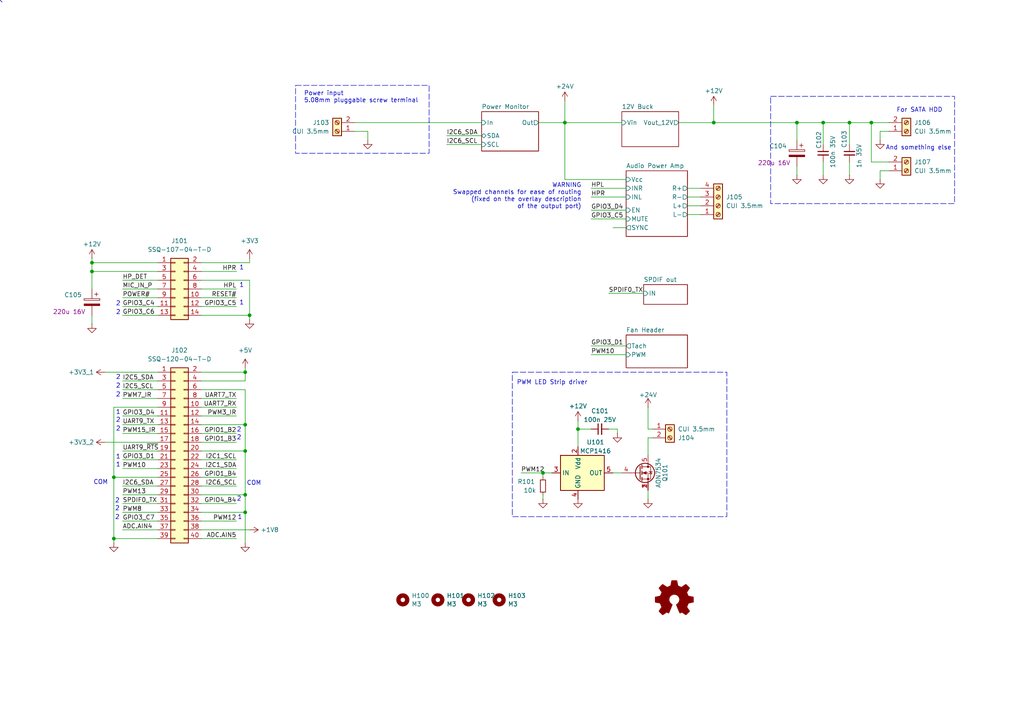
<source format=kicad_sch>
(kicad_sch (version 20231120) (generator "eeschema") (generator_version "8.0")
  (paper "A4")
  (title_block (title "M2 Home Server Addon") (date "2024-09-11") (company "mctom"))
  (lib_symbols
    (symbol "+12V_1" (power) (pin_numbers hide) (pin_names (offset 0) hide)
      (property "Value" "+12V" (at 0 3.556 0))
      (symbol "+12V_1_0_1"
        (polyline (pts (xy -0.762 1.27) (xy 0 2.54)))
        (polyline (pts (xy 0 0) (xy 0 2.54)))
        (polyline (pts (xy 0 2.54) (xy 0.762 1.27)))
      )
      (symbol "+12V_1_1_1"
        (pin power_in line (at 0 0 90) (length 0) (name "~") (number "1"))
      )
    )
    (symbol "Connector:Screw_Terminal_01x02" (pin_names (offset 1.016) hide)
      (property "Reference" "J" (at 0 2.54 0))
      (property "Value" "Screw_Terminal_01x02" (at 0 -5.08 0))
      (symbol "Screw_Terminal_01x02_1_1"
        (rectangle (start -1.27 1.27) (end 1.27 -3.81) (stroke (width 0.254)) (fill (type background)))
        (circle (center 0 -2.54) (radius 0.635) (stroke (width 0.1524)))
        (polyline (pts (xy -0.5334 -2.2098) (xy 0.3302 -3.048)) (stroke (width 0.1524)))
        (polyline (pts (xy -0.5334 0.3302) (xy 0.3302 -0.508)) (stroke (width 0.1524)))
        (polyline (pts (xy -0.3556 -2.032) (xy 0.508 -2.8702)) (stroke (width 0.1524)))
        (polyline (pts (xy -0.3556 0.508) (xy 0.508 -0.3302)) (stroke (width 0.1524)))
        (circle (center 0 0) (radius 0.635) (stroke (width 0.1524)))
        (pin passive line (at -5.08 0 0) (length 3.81) (name "Pin_1") (number "1"))
        (pin passive line (at -5.08 -2.54 0) (length 3.81) (name "Pin_2") (number "2"))
      )
    )
    (symbol "Connector:Screw_Terminal_01x04" (pin_names (offset 1.016) hide)
      (property "Reference" "J" (at 0 5.08 0))
      (property "Value" "Screw_Terminal_01x04" (at 0 -7.62 0))
      (symbol "Screw_Terminal_01x04_1_1"
        (rectangle (start -1.27 3.81) (end 1.27 -6.35) (stroke (width 0.254)) (fill (type background)))
        (circle (center 0 -5.08) (radius 0.635) (stroke (width 0.1524)))
        (circle (center 0 -2.54) (radius 0.635) (stroke (width 0.1524)))
        (polyline (pts (xy -0.5334 -4.7498) (xy 0.3302 -5.588)) (stroke (width 0.1524)))
        (polyline (pts (xy -0.5334 -2.2098) (xy 0.3302 -3.048)) (stroke (width 0.1524)))
        (polyline (pts (xy -0.5334 0.3302) (xy 0.3302 -0.508)) (stroke (width 0.1524)))
        (polyline (pts (xy -0.5334 2.8702) (xy 0.3302 2.032)) (stroke (width 0.1524)))
        (polyline (pts (xy -0.3556 -4.572) (xy 0.508 -5.4102)) (stroke (width 0.1524)))
        (polyline (pts (xy -0.3556 -2.032) (xy 0.508 -2.8702)) (stroke (width 0.1524)))
        (polyline (pts (xy -0.3556 0.508) (xy 0.508 -0.3302)) (stroke (width 0.1524)))
        (polyline (pts (xy -0.3556 3.048) (xy 0.508 2.2098)) (stroke (width 0.1524)))
        (circle (center 0 0) (radius 0.635) (stroke (width 0.1524)))
        (circle (center 0 2.54) (radius 0.635) (stroke (width 0.1524)))
        (pin passive line (at -5.08 2.54 0) (length 3.81) (name "Pin_1") (number "1"))
        (pin passive line (at -5.08 0 0) (length 3.81) (name "Pin_2") (number "2"))
        (pin passive line (at -5.08 -2.54 0) (length 3.81) (name "Pin_3") (number "3"))
        (pin passive line (at -5.08 -5.08 0) (length 3.81) (name "Pin_4") (number "4"))
      )
    )
    (symbol "Connector_Generic:Conn_02x07_Odd_Even" (pin_names (offset 1.016) hide)
      (property "Reference" "J" (at 1.27 10.16 0))
      (property "Value" "Conn_02x07_Odd_Even" (at 1.27 -10.16 0))
      (symbol "Conn_02x07_Odd_Even_1_1"
        (rectangle (start -1.27 -7.493) (end 0 -7.747) (stroke (width 0.1524)))
        (rectangle (start -1.27 -4.953) (end 0 -5.207) (stroke (width 0.1524)))
        (rectangle (start -1.27 -2.413) (end 0 -2.667) (stroke (width 0.1524)))
        (rectangle (start -1.27 0.127) (end 0 -0.127) (stroke (width 0.1524)))
        (rectangle (start -1.27 2.667) (end 0 2.413) (stroke (width 0.1524)))
        (rectangle (start -1.27 5.207) (end 0 4.953) (stroke (width 0.1524)))
        (rectangle (start -1.27 7.747) (end 0 7.493) (stroke (width 0.1524)))
        (rectangle (start -1.27 8.89) (end 3.81 -8.89) (stroke (width 0.254)) (fill (type background)))
        (rectangle (start 3.81 -7.493) (end 2.54 -7.747) (stroke (width 0.1524)))
        (rectangle (start 3.81 -4.953) (end 2.54 -5.207) (stroke (width 0.1524)))
        (rectangle (start 3.81 -2.413) (end 2.54 -2.667) (stroke (width 0.1524)))
        (rectangle (start 3.81 0.127) (end 2.54 -0.127) (stroke (width 0.1524)))
        (rectangle (start 3.81 2.667) (end 2.54 2.413) (stroke (width 0.1524)))
        (rectangle (start 3.81 5.207) (end 2.54 4.953) (stroke (width 0.1524)))
        (rectangle (start 3.81 7.747) (end 2.54 7.493) (stroke (width 0.1524)))
        (pin passive line (at -5.08 7.62 0) (length 3.81) (name "Pin_1") (number "1"))
        (pin passive line (at 7.62 -2.54 180) (length 3.81) (name "Pin_10") (number "10"))
        (pin passive line (at -5.08 -5.08 0) (length 3.81) (name "Pin_11") (number "11"))
        (pin passive line (at 7.62 -5.08 180) (length 3.81) (name "Pin_12") (number "12"))
        (pin passive line (at -5.08 -7.62 0) (length 3.81) (name "Pin_13") (number "13"))
        (pin passive line (at 7.62 -7.62 180) (length 3.81) (name "Pin_14") (number "14"))
        (pin passive line (at 7.62 7.62 180) (length 3.81) (name "Pin_2") (number "2"))
        (pin passive line (at -5.08 5.08 0) (length 3.81) (name "Pin_3") (number "3"))
        (pin passive line (at 7.62 5.08 180) (length 3.81) (name "Pin_4") (number "4"))
        (pin passive line (at -5.08 2.54 0) (length 3.81) (name "Pin_5") (number "5"))
        (pin passive line (at 7.62 2.54 180) (length 3.81) (name "Pin_6") (number "6"))
        (pin passive line (at -5.08 0 0) (length 3.81) (name "Pin_7") (number "7"))
        (pin passive line (at 7.62 0 180) (length 3.81) (name "Pin_8") (number "8"))
        (pin passive line (at -5.08 -2.54 0) (length 3.81) (name "Pin_9") (number "9"))
      )
    )
    (symbol "Connector_Generic:Conn_02x20_Odd_Even" (pin_names (offset 1.016) hide)
      (property "Reference" "J" (at 1.27 25.4 0))
      (property "Value" "Conn_02x20_Odd_Even" (at 1.27 -27.94 0))
      (symbol "Conn_02x20_Odd_Even_1_1"
        (rectangle (start -1.27 -25.273) (end 0 -25.527) (stroke (width 0.1524)))
        (rectangle (start -1.27 -22.733) (end 0 -22.987) (stroke (width 0.1524)))
        (rectangle (start -1.27 -20.193) (end 0 -20.447) (stroke (width 0.1524)))
        (rectangle (start -1.27 -17.653) (end 0 -17.907) (stroke (width 0.1524)))
        (rectangle (start -1.27 -15.113) (end 0 -15.367) (stroke (width 0.1524)))
        (rectangle (start -1.27 -12.573) (end 0 -12.827) (stroke (width 0.1524)))
        (rectangle (start -1.27 -10.033) (end 0 -10.287) (stroke (width 0.1524)))
        (rectangle (start -1.27 -7.493) (end 0 -7.747) (stroke (width 0.1524)))
        (rectangle (start -1.27 -4.953) (end 0 -5.207) (stroke (width 0.1524)))
        (rectangle (start -1.27 -2.413) (end 0 -2.667) (stroke (width 0.1524)))
        (rectangle (start -1.27 0.127) (end 0 -0.127) (stroke (width 0.1524)))
        (rectangle (start -1.27 2.667) (end 0 2.413) (stroke (width 0.1524)))
        (rectangle (start -1.27 5.207) (end 0 4.953) (stroke (width 0.1524)))
        (rectangle (start -1.27 7.747) (end 0 7.493) (stroke (width 0.1524)))
        (rectangle (start -1.27 10.287) (end 0 10.033) (stroke (width 0.1524)))
        (rectangle (start -1.27 12.827) (end 0 12.573) (stroke (width 0.1524)))
        (rectangle (start -1.27 15.367) (end 0 15.113) (stroke (width 0.1524)))
        (rectangle (start -1.27 17.907) (end 0 17.653) (stroke (width 0.1524)))
        (rectangle (start -1.27 20.447) (end 0 20.193) (stroke (width 0.1524)))
        (rectangle (start -1.27 22.987) (end 0 22.733) (stroke (width 0.1524)))
        (rectangle (start -1.27 24.13) (end 3.81 -26.67) (stroke (width 0.254)) (fill (type background)))
        (rectangle (start 3.81 -25.273) (end 2.54 -25.527) (stroke (width 0.1524)))
        (rectangle (start 3.81 -22.733) (end 2.54 -22.987) (stroke (width 0.1524)))
        (rectangle (start 3.81 -20.193) (end 2.54 -20.447) (stroke (width 0.1524)))
        (rectangle (start 3.81 -17.653) (end 2.54 -17.907) (stroke (width 0.1524)))
        (rectangle (start 3.81 -15.113) (end 2.54 -15.367) (stroke (width 0.1524)))
        (rectangle (start 3.81 -12.573) (end 2.54 -12.827) (stroke (width 0.1524)))
        (rectangle (start 3.81 -10.033) (end 2.54 -10.287) (stroke (width 0.1524)))
        (rectangle (start 3.81 -7.493) (end 2.54 -7.747) (stroke (width 0.1524)))
        (rectangle (start 3.81 -4.953) (end 2.54 -5.207) (stroke (width 0.1524)))
        (rectangle (start 3.81 -2.413) (end 2.54 -2.667) (stroke (width 0.1524)))
        (rectangle (start 3.81 0.127) (end 2.54 -0.127) (stroke (width 0.1524)))
        (rectangle (start 3.81 2.667) (end 2.54 2.413) (stroke (width 0.1524)))
        (rectangle (start 3.81 5.207) (end 2.54 4.953) (stroke (width 0.1524)))
        (rectangle (start 3.81 7.747) (end 2.54 7.493) (stroke (width 0.1524)))
        (rectangle (start 3.81 10.287) (end 2.54 10.033) (stroke (width 0.1524)))
        (rectangle (start 3.81 12.827) (end 2.54 12.573) (stroke (width 0.1524)))
        (rectangle (start 3.81 15.367) (end 2.54 15.113) (stroke (width 0.1524)))
        (rectangle (start 3.81 17.907) (end 2.54 17.653) (stroke (width 0.1524)))
        (rectangle (start 3.81 20.447) (end 2.54 20.193) (stroke (width 0.1524)))
        (rectangle (start 3.81 22.987) (end 2.54 22.733) (stroke (width 0.1524)))
        (pin passive line (at -5.08 22.86 0) (length 3.81) (name "Pin_1") (number "1"))
        (pin passive line (at 7.62 12.7 180) (length 3.81) (name "Pin_10") (number "10"))
        (pin passive line (at -5.08 10.16 0) (length 3.81) (name "Pin_11") (number "11"))
        (pin passive line (at 7.62 10.16 180) (length 3.81) (name "Pin_12") (number "12"))
        (pin passive line (at -5.08 7.62 0) (length 3.81) (name "Pin_13") (number "13"))
        (pin passive line (at 7.62 7.62 180) (length 3.81) (name "Pin_14") (number "14"))
        (pin passive line (at -5.08 5.08 0) (length 3.81) (name "Pin_15") (number "15"))
        (pin passive line (at 7.62 5.08 180) (length 3.81) (name "Pin_16") (number "16"))
        (pin passive line (at -5.08 2.54 0) (length 3.81) (name "Pin_17") (number "17"))
        (pin passive line (at 7.62 2.54 180) (length 3.81) (name "Pin_18") (number "18"))
        (pin passive line (at -5.08 0 0) (length 3.81) (name "Pin_19") (number "19"))
        (pin passive line (at 7.62 22.86 180) (length 3.81) (name "Pin_2") (number "2"))
        (pin passive line (at 7.62 0 180) (length 3.81) (name "Pin_20") (number "20"))
        (pin passive line (at -5.08 -2.54 0) (length 3.81) (name "Pin_21") (number "21"))
        (pin passive line (at 7.62 -2.54 180) (length 3.81) (name "Pin_22") (number "22"))
        (pin passive line (at -5.08 -5.08 0) (length 3.81) (name "Pin_23") (number "23"))
        (pin passive line (at 7.62 -5.08 180) (length 3.81) (name "Pin_24") (number "24"))
        (pin passive line (at -5.08 -7.62 0) (length 3.81) (name "Pin_25") (number "25"))
        (pin passive line (at 7.62 -7.62 180) (length 3.81) (name "Pin_26") (number "26"))
        (pin passive line (at -5.08 -10.16 0) (length 3.81) (name "Pin_27") (number "27"))
        (pin passive line (at 7.62 -10.16 180) (length 3.81) (name "Pin_28") (number "28"))
        (pin passive line (at -5.08 -12.7 0) (length 3.81) (name "Pin_29") (number "29"))
        (pin passive line (at -5.08 20.32 0) (length 3.81) (name "Pin_3") (number "3"))
        (pin passive line (at 7.62 -12.7 180) (length 3.81) (name "Pin_30") (number "30"))
        (pin passive line (at -5.08 -15.24 0) (length 3.81) (name "Pin_31") (number "31"))
        (pin passive line (at 7.62 -15.24 180) (length 3.81) (name "Pin_32") (number "32"))
        (pin passive line (at -5.08 -17.78 0) (length 3.81) (name "Pin_33") (number "33"))
        (pin passive line (at 7.62 -17.78 180) (length 3.81) (name "Pin_34") (number "34"))
        (pin passive line (at -5.08 -20.32 0) (length 3.81) (name "Pin_35") (number "35"))
        (pin passive line (at 7.62 -20.32 180) (length 3.81) (name "Pin_36") (number "36"))
        (pin passive line (at -5.08 -22.86 0) (length 3.81) (name "Pin_37") (number "37"))
        (pin passive line (at 7.62 -22.86 180) (length 3.81) (name "Pin_38") (number "38"))
        (pin passive line (at -5.08 -25.4 0) (length 3.81) (name "Pin_39") (number "39"))
        (pin passive line (at 7.62 20.32 180) (length 3.81) (name "Pin_4") (number "4"))
        (pin passive line (at 7.62 -25.4 180) (length 3.81) (name "Pin_40") (number "40"))
        (pin passive line (at -5.08 17.78 0) (length 3.81) (name "Pin_5") (number "5"))
        (pin passive line (at 7.62 17.78 180) (length 3.81) (name "Pin_6") (number "6"))
        (pin passive line (at -5.08 15.24 0) (length 3.81) (name "Pin_7") (number "7"))
        (pin passive line (at 7.62 15.24 180) (length 3.81) (name "Pin_8") (number "8"))
        (pin passive line (at -5.08 12.7 0) (length 3.81) (name "Pin_9") (number "9"))
      )
    )
    (symbol "Device:C_Polarized" (pin_numbers hide) (pin_names (offset 0.254))
      (property "Reference" "C" (at 0.635 2.54 0))
      (property "Value" "C_Polarized" (at 0.635 -2.54 0))
      (symbol "C_Polarized_0_1"
        (rectangle (start -2.286 0.508) (end 2.286 1.016))
        (polyline (pts (xy -1.778 2.286) (xy -0.762 2.286)))
        (polyline (pts (xy -1.27 2.794) (xy -1.27 1.778)))
        (rectangle (start 2.286 -0.508) (end -2.286 -1.016) (fill (type outline)))
      )
      (symbol "C_Polarized_1_1"
        (pin passive line (at 0 3.81 270) (length 2.794) (name "~") (number "1"))
        (pin passive line (at 0 -3.81 90) (length 2.794) (name "~") (number "2"))
      )
    )
    (symbol "Device:C_Small" (pin_numbers hide) (pin_names (offset 0.254) hide)
      (property "Reference" "C" (at 0.254 1.778 0))
      (property "Value" "C_Small" (at 0.254 -2.032 0))
      (symbol "C_Small_0_1"
        (polyline (pts (xy -1.524 -0.508) (xy 1.524 -0.508)) (stroke (width 0.3302)))
        (polyline (pts (xy -1.524 0.508) (xy 1.524 0.508)) (stroke (width 0.3048)))
      )
      (symbol "C_Small_1_1"
        (pin passive line (at 0 2.54 270) (length 2.032) (name "~") (number "1"))
        (pin passive line (at 0 -2.54 90) (length 2.032) (name "~") (number "2"))
      )
    )
    (symbol "Device:R_Small" (pin_numbers hide) (pin_names (offset 0.254) hide)
      (property "Reference" "R" (at 0.762 0.508 0))
      (property "Value" "R_Small" (at 0.762 -1.016 0))
      (symbol "R_Small_0_1"
        (rectangle (start -0.762 1.778) (end 0.762 -1.778) (stroke (width 0.2032)))
      )
      (symbol "R_Small_1_1"
        (pin passive line (at 0 2.54 270) (length 0.762) (name "~") (number "1"))
        (pin passive line (at 0 -2.54 90) (length 0.762) (name "~") (number "2"))
      )
    )
    (symbol "Driver_FET:MCP1416"
      (property "Reference" "U" (at -5.08 6.35 0))
      (property "Value" "MCP1416" (at 1.27 6.35 0))
      (symbol "MCP1416_0_1"
        (rectangle (start -5.08 5.08) (end 7.62 -5.08) (stroke (width 0.254)) (fill (type background)))
      )
      (symbol "MCP1416_1_1"
        (pin no_connect line (at 7.62 -2.54 180) (length 2.54) hide (name "NC") (number "1"))
        (pin power_in line (at 0 7.62 270) (length 2.54) (name "Vdd") (number "2"))
        (pin input line (at -7.62 0 0) (length 2.54) (name "IN") (number "3"))
        (pin power_in line (at 0 -7.62 90) (length 2.54) (name "GND") (number "4"))
        (pin output line (at 10.16 0 180) (length 2.54) (name "OUT") (number "5"))
      )
    )
    (symbol "Graphic:Logo_Open_Hardware_Small" (in_bom no) (on_board no)
      (symbol "Logo_Open_Hardware_Small_0_1"
        (polyline (pts (xy 3.3528 -4.3434) (xy 3.302 -4.318) (xy 3.175 -4.2418) (xy 2.9972 -4.1148) (xy 2.7686 -3.9624) (xy 2.54 -3.81) (xy 2.3622 -3.7084) (xy 2.2352 -3.6068) (xy 2.1844 -3.5814) (xy 2.159 -3.6068) (xy 2.0574 -3.6576) (xy 1.905 -3.7338) (xy 1.8034 -3.7846) (xy 1.6764 -3.8354) (xy 1.6002 -3.8354) (xy 1.6002 -3.8354) (xy 1.5494 -3.7338) (xy 1.4732 -3.5306) (xy 1.3462 -3.302) (xy 1.2446 -3.0226) (xy 1.1176 -2.7178) (xy 0.9652 -2.413) (xy 0.8636 -2.1082) (xy 0.7366 -1.8288) (xy 0.6604 -1.6256) (xy 0.6096 -1.4732) (xy 0.5842 -1.397) (xy 0.5842 -1.397) (xy 0.6604 -1.3208) (xy 0.7874 -1.2446) (xy 1.0414 -1.016) (xy 1.2954 -0.6858) (xy 1.4478 -0.3302) (xy 1.524 0.0762) (xy 1.4732 0.4572) (xy 1.3208 0.8128) (xy 1.0668 1.143) (xy 0.762 1.3716) (xy 0.4064 1.524) (xy 0 1.5748) (xy -0.381 1.5494) (xy -0.7366 1.397) (xy -1.0668 1.143) (xy -1.2192 0.9906) (xy -1.397 0.6604) (xy -1.524 0.3048) (xy -1.524 0.2286) (xy -1.4986 -0.1778) (xy -1.397 -0.5334) (xy -1.1938 -0.8636) (xy -0.9144 -1.143) (xy -0.8636 -1.1684) (xy -0.7366 -1.27) (xy -0.635 -1.3462) (xy -0.5842 -1.397) (xy -1.0668 -2.5908) (xy -1.143 -2.794) (xy -1.2954 -3.1242) (xy -1.397 -3.4036) (xy -1.4986 -3.6322) (xy -1.5748 -3.7846) (xy -1.6002 -3.8354) (xy -1.6002 -3.8354) (xy -1.651 -3.8354) (xy -1.7272 -3.81) (xy -1.905 -3.7338) (xy -2.0066 -3.683) (xy -2.1336 -3.6068) (xy -2.2098 -3.5814) (xy -2.2606 -3.6068) (xy -2.3622 -3.683) (xy -2.54 -3.81) (xy -2.7686 -3.9624) (xy -2.9718 -4.0894) (xy -3.1496 -4.2164) (xy -3.302 -4.318) (xy -3.3528 -4.3434) (xy -3.3782 -4.3434) (xy -3.429 -4.318) (xy -3.5306 -4.2164) (xy -3.7084 -4.064) (xy -3.937 -3.8354) (xy -3.9624 -3.81) (xy -4.1656 -3.6068) (xy -4.318 -3.4544) (xy -4.4196 -3.3274) (xy -4.445 -3.2766) (xy -4.445 -3.2766) (xy -4.4196 -3.2258) (xy -4.318 -3.0734) (xy -4.2164 -2.8956) (xy -4.064 -2.667) (xy -3.6576 -2.0828) (xy -3.8862 -1.5494) (xy -3.937 -1.3716) (xy -4.0386 -1.1684) (xy -4.0894 -1.0414) (xy -4.1148 -0.9652) (xy -4.191 -0.9398) (xy -4.318 -0.9144) (xy -4.5466 -0.8636) (xy -4.8006 -0.8128) (xy -5.0546 -0.7874) (xy -5.2578 -0.7366) (xy -5.4356 -0.7112) (xy -5.5118 -0.6858) (xy -5.5118 -0.6858) (xy -5.5372 -0.635) (xy -5.5372 -0.5588) (xy -5.5372 -0.4318) (xy -5.5626 -0.2286) (xy -5.5626 0.0762) (xy -5.5626 0.127) (xy -5.5372 0.4064) (xy -5.5372 0.635) (xy -5.5372 0.762) (xy -5.5372 0.8382) (xy -5.5372 0.8382) (xy -5.461 0.8382) (xy -5.3086 0.889) (xy -5.08 0.9144) (xy -4.826 0.9652) (xy -4.8006 0.9906) (xy -4.5466 1.0414) (xy -4.318 1.0668) (xy -4.1656 1.1176) (xy -4.0894 1.143) (xy -4.0894 1.143) (xy -4.0386 1.2446) (xy -3.9624 1.4224) (xy -3.8608 1.6256) (xy -3.7846 1.8288) (xy -3.7084 2.0066) (xy -3.6576 2.159) (xy -3.6322 2.2098) (xy -3.6322 2.2098) (xy -3.683 2.286) (xy -3.7592 2.413) (xy -3.8862 2.5908) (xy -4.064 2.8194) (xy -4.064 2.8448) (xy -4.2164 3.0734) (xy -4.3434 3.2512) (xy -4.4196 3.3782) (xy -4.445 3.4544) (xy -4.445 3.4544) (xy -4.3942 3.5052) (xy -4.2926 3.6322) (xy -4.1148 3.81) (xy -3.937 4.0132) (xy -3.8608 4.064) (xy -3.6576 4.2926) (xy -3.5052 4.4196) (xy -3.4036 4.4958) (xy -3.3528 4.5212) (xy -3.3528 4.5212) (xy -3.302 4.4704) (xy -3.1496 4.3688) (xy -2.9718 4.2418) (xy -2.7432 4.0894) (xy -2.7178 4.0894) (xy -2.4892 3.937) (xy -2.3114 3.81) (xy -2.1844 3.7084) (xy -2.1336 3.683) (xy -2.1082 3.683) (xy -2.032 3.7084) (xy -1.8542 3.7592) (xy -1.6764 3.8354) (xy -1.4732 3.937) (xy -1.27 4.0132) (xy -1.143 4.064) (xy -1.0668 4.1148) (xy -1.0668 4.1148) (xy -1.0414 4.191) (xy -1.016 4.3434) (xy -0.9652 4.572) (xy -0.9144 4.8514) (xy -0.889 4.9022) (xy -0.8382 5.1562) (xy -0.8128 5.3848) (xy -0.7874 5.5372) (xy -0.762 5.588) (xy -0.7112 5.6134) (xy -0.5842 5.6134) (xy -0.4064 5.6134) (xy -0.1524 5.6134) (xy 0.0762 5.6134) (xy 0.3302 5.6134) (xy 0.5334 5.6134) (xy 0.6858 5.588) (xy 0.7366 5.588) (xy 0.7366 5.588) (xy 0.762 5.5118) (xy 0.8128 5.334) (xy 0.8382 5.1054) (xy 0.9144 4.826) (xy 0.9144 4.7752) (xy 0.9652 4.5212) (xy 1.016 4.2926) (xy 1.0414 4.1402) (xy 1.0668 4.0894) (xy 1.0668 4.0894) (xy 1.1938 4.0386) (xy 1.3716 3.9624) (xy 1.5748 3.8608) (xy 2.0828 3.6576) (xy 2.7178 4.0894) (xy 2.7686 4.1402) (xy 2.9972 4.2926) (xy 3.175 4.4196) (xy 3.302 4.4958) (xy 3.3782 4.5212) (xy 3.3782 4.5212) (xy 3.429 4.4704) (xy 3.556 4.3434) (xy 3.7338 4.191) (xy 3.9116 3.9878) (xy 4.064 3.8354) (xy 4.2418 3.6576) (xy 4.3434 3.556) (xy 4.4196 3.4798) (xy 4.4196 3.429) (xy 4.4196 3.4036) (xy 4.3942 3.3274) (xy 4.2926 3.2004) (xy 4.1656 2.9972) (xy 4.0132 2.794) (xy 3.8862 2.5908) (xy 3.7592 2.3876) (xy 3.6576 2.2352) (xy 3.6322 2.159) (xy 3.6322 2.1336) (xy 3.683 2.0066) (xy 3.7592 1.8288) (xy 3.8608 1.6002) (xy 4.064 1.1176) (xy 4.3942 1.0414) (xy 4.5974 1.016) (xy 4.8768 0.9652) (xy 5.1308 0.9144) (xy 5.5372 0.8382) (xy 5.5626 -0.6604) (xy 5.4864 -0.6858) (xy 5.4356 -0.6858) (xy 5.2832 -0.7366) (xy 5.0546 -0.762) (xy 4.8006 -0.8128) (xy 4.5974 -0.8636) (xy 4.3688 -0.9144) (xy 4.2164 -0.9398) (xy 4.1402 -0.9398) (xy 4.1148 -0.9652) (xy 4.064 -1.0668) (xy 3.9878 -1.2446) (xy 3.9116 -1.4478) (xy 3.81 -1.651) (xy 3.7338 -1.8542) (xy 3.683 -2.0066) (xy 3.6576 -2.0828) (xy 3.683 -2.1336) (xy 3.7846 -2.2606) (xy 3.8862 -2.4638) (xy 4.0386 -2.667) (xy 4.191 -2.8956) (xy 4.318 -3.0734) (xy 4.3942 -3.2004) (xy 4.445 -3.2766) (xy 4.4196 -3.3274) (xy 4.3434 -3.429) (xy 4.1656 -3.5814) (xy 3.937 -3.8354) (xy 3.8862 -3.8608) (xy 3.683 -4.064) (xy 3.5306 -4.2164) (xy 3.4036 -4.318) (xy 3.3528 -4.3434)) (fill (type outline)))
      )
    )
    (symbol "Mechanical:MountingHole" (pin_names (offset 1.016)) (exclude_from_sim yes) (in_bom no)
      (property "Reference" "H" (at 0 5.08 0))
      (property "Value" "MountingHole" (at 0 3.175 0))
      (symbol "MountingHole_0_1"
        (circle (center 0 0) (radius 1.27) (stroke (width 1.27)))
      )
    )
    (symbol "Q_NMOS_GDS_2" (pin_names (offset 0) hide)
      (property "Reference" "Q207" (at 7.4549 0 90))
      (property "Value" "AON7534" (at 5.5339 0 90))
      (symbol "Q_NMOS_GDS_2_0_1"
        (polyline (pts (xy 0.254 0) (xy -2.54 0)))
        (polyline (pts (xy 0.254 1.905) (xy 0.254 -1.905)) (stroke (width 0.254)))
        (polyline (pts (xy 0.762 -1.27) (xy 0.762 -2.286)) (stroke (width 0.254)))
        (polyline (pts (xy 0.762 0.508) (xy 0.762 -0.508)) (stroke (width 0.254)))
        (polyline (pts (xy 0.762 2.286) (xy 0.762 1.27)) (stroke (width 0.254)))
        (polyline (pts (xy 2.54 2.54) (xy 2.54 1.778)))
        (polyline (pts (xy 2.54 -2.54) (xy 2.54 0) (xy 0.762 0)))
        (polyline (pts (xy 0.762 -1.778) (xy 3.302 -1.778) (xy 3.302 1.778) (xy 0.762 1.778)))
        (polyline (pts (xy 1.016 0) (xy 2.032 0.381) (xy 2.032 -0.381) (xy 1.016 0)) (fill (type outline)))
        (polyline (pts (xy 2.794 0.508) (xy 2.921 0.381) (xy 3.683 0.381) (xy 3.81 0.254)))
        (polyline (pts (xy 3.302 0.381) (xy 2.921 -0.254) (xy 3.683 -0.254) (xy 3.302 0.381)))
        (circle (center 1.651 0) (radius 2.794) (stroke (width 0.254)))
        (circle (center 2.54 -1.778) (radius 0.254) (fill (type outline)))
        (circle (center 2.54 1.778) (radius 0.254) (fill (type outline)))
      )
      (symbol "Q_NMOS_GDS_2_1_1"
        (pin passive line (at 2.54 -5.08 90) (length 2.54) (name "S") (number "1"))
        (pin passive line (at 2.54 -5.08 90) (length 2.54) (name "S") (number "2"))
        (pin passive line (at 2.54 -5.08 90) (length 2.54) (name "S") (number "3"))
        (pin input line (at -5.08 0 0) (length 2.54) (name "G") (number "4"))
        (pin passive line (at 2.54 5.08 270) (length 2.54) (name "D") (number "5"))
      )
    )
    (symbol "power:+1V8" (power) (pin_numbers hide) (pin_names (offset 0) hide)
      (property "Value" "+1V8" (at 0 3.556 0))
      (symbol "+1V8_0_1"
        (polyline (pts (xy -0.762 1.27) (xy 0 2.54)))
        (polyline (pts (xy 0 0) (xy 0 2.54)))
        (polyline (pts (xy 0 2.54) (xy 0.762 1.27)))
      )
      (symbol "+1V8_1_1"
        (pin power_in line (at 0 0 90) (length 0) (name "~") (number "1"))
      )
    )
    (symbol "power:+24V" (power) (pin_numbers hide) (pin_names (offset 0) hide)
      (property "Value" "+24V" (at 0 3.556 0))
      (symbol "+24V_0_1"
        (polyline (pts (xy -0.762 1.27) (xy 0 2.54)))
        (polyline (pts (xy 0 0) (xy 0 2.54)))
        (polyline (pts (xy 0 2.54) (xy 0.762 1.27)))
      )
      (symbol "+24V_1_1"
        (pin power_in line (at 0 0 90) (length 0) (name "~") (number "1"))
      )
    )
    (symbol "power:+3V3" (power) (pin_numbers hide) (pin_names (offset 0) hide)
      (property "Value" "+3V3" (at 0 3.556 0))
      (symbol "+3V3_0_1"
        (polyline (pts (xy -0.762 1.27) (xy 0 2.54)))
        (polyline (pts (xy 0 0) (xy 0 2.54)))
        (polyline (pts (xy 0 2.54) (xy 0.762 1.27)))
      )
      (symbol "+3V3_1_1"
        (pin power_in line (at 0 0 90) (length 0) (name "~") (number "1"))
      )
    )
    (symbol "power:+5V" (power) (pin_numbers hide) (pin_names (offset 0) hide)
      (property "Value" "+5V" (at 0 3.556 0))
      (symbol "+5V_0_1"
        (polyline (pts (xy -0.762 1.27) (xy 0 2.54)))
        (polyline (pts (xy 0 0) (xy 0 2.54)))
        (polyline (pts (xy 0 2.54) (xy 0.762 1.27)))
      )
      (symbol "+5V_1_1"
        (pin power_in line (at 0 0 90) (length 0) (name "~") (number "1"))
      )
    )
    (symbol "power:GND" (power) (pin_numbers hide) (pin_names (offset 0) hide)
      (property "Value" "GND" (at 0 -3.81 0))
      (symbol "GND_0_1"
        (polyline (pts (xy 0 0) (xy 0 -1.27) (xy 1.27 -1.27) (xy 0 -2.54) (xy -1.27 -1.27) (xy 0 -1.27)))
      )
      (symbol "GND_1_1"
        (pin power_in line (at 0 0 270) (length 0) (name "~") (number "1"))
      )
    )
  )
  (junction (at 71.12 130.81))
  (junction (at 246.38 35.56))
  (junction (at 26.67 76.2))
  (junction (at 71.12 107.95))
  (junction (at 238.76 35.56))
  (junction (at 72.39 91.44))
  (junction (at 71.12 143.51))
  (junction (at 163.83 35.56))
  (junction (at 157.48 137.16))
  (junction (at 252.73 35.56))
  (junction (at 26.67 78.74))
  (junction (at 207.01 35.56))
  (junction (at 71.12 148.59))
  (junction (at 231.14 35.56))
  (junction (at 33.02 138.43))
  (junction (at 33.02 156.21))
  (junction (at 71.12 123.19))
  (junction (at 167.64 124.46))
  (no_connect (at 0 0))
  (wire (pts (xy 180.34 35.56) (xy 163.83 35.56)))
  (wire (pts (xy 35.56 88.9) (xy 45.72 88.9)))
  (wire (pts (xy 35.56 120.65) (xy 45.72 120.65)))
  (wire (pts (xy 180.34 137.16) (xy 177.8 137.16)))
  (wire (pts (xy 71.12 123.19) (xy 71.12 113.03)))
  (wire (pts (xy 167.64 124.46) (xy 167.64 129.54)))
  (wire (pts (xy 157.48 137.16) (xy 157.48 138.43)))
  (wire (pts (xy 246.38 35.56) (xy 238.76 35.56)))
  (wire (pts (xy 35.56 133.35) (xy 45.72 133.35)))
  (wire (pts (xy 72.39 91.44) (xy 72.39 81.28)))
  (wire (pts (xy 26.67 78.74) (xy 26.67 83.82)))
  (wire (pts (xy 58.42 151.13) (xy 68.58 151.13)))
  (wire (pts (xy 58.42 86.36) (xy 68.58 86.36)))
  (wire (pts (xy 58.42 128.27) (xy 68.58 128.27)))
  (wire (pts (xy 167.64 124.46) (xy 171.45 124.46)))
  (wire (pts (xy 72.39 81.28) (xy 58.42 81.28)))
  (wire (pts (xy 163.83 52.07) (xy 163.83 35.56)))
  (wire (pts (xy 171.45 102.87) (xy 181.61 102.87)))
  (wire (pts (xy 58.42 110.49) (xy 71.12 110.49)))
  (wire (pts (xy 33.02 138.43) (xy 33.02 118.11)))
  (wire (pts (xy 246.38 35.56) (xy 246.38 41.91)))
  (wire (pts (xy 177.8 66.04) (xy 181.61 66.04)))
  (wire (pts (xy 199.39 62.23) (xy 203.2 62.23)))
  (wire (pts (xy 187.96 142.24) (xy 187.96 144.78)))
  (wire (pts (xy 35.56 148.59) (xy 45.72 148.59)))
  (wire (pts (xy 102.87 35.56) (xy 139.7 35.56)))
  (wire (pts (xy 252.73 46.99) (xy 252.73 35.56)))
  (wire (pts (xy 58.42 76.2) (xy 72.39 76.2)))
  (wire (pts (xy 196.85 35.56) (xy 207.01 35.56)))
  (wire (pts (xy 252.73 35.56) (xy 257.81 35.56)))
  (wire (pts (xy 71.12 107.95) (xy 71.12 106.68)))
  (wire (pts (xy 26.67 78.74) (xy 26.67 76.2)))
  (wire (pts (xy 71.12 107.95) (xy 58.42 107.95)))
  (wire (pts (xy 35.56 151.13) (xy 45.72 151.13)))
  (wire (pts (xy 129.54 41.91) (xy 139.7 41.91)))
  (wire (pts (xy 176.53 85.09) (xy 186.69 85.09)))
  (wire (pts (xy 35.56 81.28) (xy 45.72 81.28)))
  (wire (pts (xy 35.56 130.81) (xy 45.72 130.81)))
  (wire (pts (xy 35.56 91.44) (xy 45.72 91.44)))
  (wire (pts (xy 33.02 156.21) (xy 45.72 156.21)))
  (wire (pts (xy 187.96 127) (xy 189.23 127)))
  (wire (pts (xy 246.38 35.56) (xy 252.73 35.56)))
  (wire (pts (xy 231.14 35.56) (xy 238.76 35.56)))
  (wire (pts (xy 58.42 148.59) (xy 71.12 148.59)))
  (wire (pts (xy 58.42 123.19) (xy 71.12 123.19)))
  (wire (pts (xy 71.12 157.48) (xy 71.12 148.59)))
  (wire (pts (xy 171.45 54.61) (xy 181.61 54.61)))
  (wire (pts (xy 72.39 76.2) (xy 72.39 74.93)))
  (wire (pts (xy 238.76 35.56) (xy 238.76 41.91)))
  (wire (pts (xy 207.01 30.48) (xy 207.01 35.56)))
  (wire (pts (xy 35.56 115.57) (xy 45.72 115.57)))
  (wire (pts (xy 58.42 143.51) (xy 71.12 143.51)))
  (wire (pts (xy 33.02 138.43) (xy 33.02 156.21)))
  (wire (pts (xy 35.56 110.49) (xy 45.72 110.49)))
  (wire (pts (xy 58.42 91.44) (xy 72.39 91.44)))
  (wire (pts (xy 187.96 127) (xy 187.96 132.08)))
  (wire (pts (xy 72.39 92.71) (xy 72.39 91.44)))
  (wire (pts (xy 231.14 35.56) (xy 231.14 40.64)))
  (wire (pts (xy 35.56 113.03) (xy 45.72 113.03)))
  (wire (pts (xy 163.83 29.21) (xy 163.83 35.56)))
  (wire (pts (xy 71.12 110.49) (xy 71.12 107.95)))
  (wire (pts (xy 33.02 157.48) (xy 33.02 156.21)))
  (wire (pts (xy 257.81 49.53) (xy 255.27 49.53)))
  (wire (pts (xy 199.39 57.15) (xy 203.2 57.15)))
  (wire (pts (xy 71.12 143.51) (xy 71.12 130.81)))
  (wire (pts (xy 26.67 91.44) (xy 26.67 93.98)))
  (wire (pts (xy 68.58 156.21) (xy 58.42 156.21)))
  (wire (pts (xy 35.56 143.51) (xy 45.72 143.51)))
  (wire (pts (xy 257.81 46.99) (xy 252.73 46.99)))
  (wire (pts (xy 171.45 60.96) (xy 181.61 60.96)))
  (wire (pts (xy 167.64 121.92) (xy 167.64 124.46)))
  (wire (pts (xy 58.42 78.74) (xy 68.58 78.74)))
  (wire (pts (xy 45.72 138.43) (xy 33.02 138.43)))
  (wire (pts (xy 207.01 35.56) (xy 231.14 35.56)))
  (wire (pts (xy 33.02 118.11) (xy 45.72 118.11)))
  (wire (pts (xy 151.13 137.16) (xy 157.48 137.16)))
  (wire (pts (xy 58.42 130.81) (xy 71.12 130.81)))
  (wire (pts (xy 106.68 38.1) (xy 106.68 40.64)))
  (wire (pts (xy 238.76 46.99) (xy 238.76 50.8)))
  (wire (pts (xy 58.42 115.57) (xy 68.58 115.57)))
  (wire (pts (xy 58.42 133.35) (xy 68.58 133.35)))
  (wire (pts (xy 35.56 153.67) (xy 45.72 153.67)))
  (wire (pts (xy 58.42 140.97) (xy 68.58 140.97)))
  (wire (pts (xy 58.42 153.67) (xy 72.39 153.67)))
  (wire (pts (xy 187.96 118.11) (xy 187.96 124.46)))
  (wire (pts (xy 179.07 125.73) (xy 179.07 124.46)))
  (wire (pts (xy 187.96 124.46) (xy 189.23 124.46)))
  (wire (pts (xy 35.56 125.73) (xy 45.72 125.73)))
  (wire (pts (xy 45.72 128.27) (xy 30.48 128.27)))
  (wire (pts (xy 71.12 148.59) (xy 71.12 143.51)))
  (wire (pts (xy 102.87 38.1) (xy 106.68 38.1)))
  (wire (pts (xy 58.42 125.73) (xy 68.58 125.73)))
  (wire (pts (xy 129.54 39.37) (xy 139.7 39.37)))
  (wire (pts (xy 58.42 120.65) (xy 68.58 120.65)))
  (wire (pts (xy 255.27 38.1) (xy 255.27 40.64)))
  (wire (pts (xy 35.56 86.36) (xy 45.72 86.36)))
  (wire (pts (xy 58.42 135.89) (xy 68.58 135.89)))
  (wire (pts (xy 26.67 76.2) (xy 45.72 76.2)))
  (wire (pts (xy 171.45 57.15) (xy 181.61 57.15)))
  (wire (pts (xy 171.45 100.33) (xy 181.61 100.33)))
  (wire (pts (xy 231.14 48.26) (xy 231.14 50.8)))
  (wire (pts (xy 35.56 83.82) (xy 45.72 83.82)))
  (wire (pts (xy 35.56 123.19) (xy 45.72 123.19)))
  (wire (pts (xy 58.42 146.05) (xy 68.58 146.05)))
  (wire (pts (xy 255.27 49.53) (xy 255.27 52.07)))
  (wire (pts (xy 246.38 46.99) (xy 246.38 50.8)))
  (wire (pts (xy 199.39 54.61) (xy 203.2 54.61)))
  (wire (pts (xy 58.42 118.11) (xy 68.58 118.11)))
  (wire (pts (xy 156.21 35.56) (xy 163.83 35.56)))
  (wire (pts (xy 58.42 138.43) (xy 68.58 138.43)))
  (wire (pts (xy 30.48 107.95) (xy 45.72 107.95)))
  (wire (pts (xy 58.42 88.9) (xy 68.58 88.9)))
  (wire (pts (xy 199.39 59.69) (xy 203.2 59.69)))
  (wire (pts (xy 35.56 135.89) (xy 45.72 135.89)))
  (wire (pts (xy 257.81 38.1) (xy 255.27 38.1)))
  (wire (pts (xy 71.12 130.81) (xy 71.12 123.19)))
  (wire (pts (xy 26.67 74.93) (xy 26.67 76.2)))
  (wire (pts (xy 71.12 113.03) (xy 58.42 113.03)))
  (wire (pts (xy 58.42 83.82) (xy 68.58 83.82)))
  (wire (pts (xy 157.48 143.51) (xy 157.48 144.78)))
  (wire (pts (xy 181.61 52.07) (xy 163.83 52.07)))
  (wire (pts (xy 35.56 146.05) (xy 45.72 146.05)))
  (wire (pts (xy 45.72 78.74) (xy 26.67 78.74)))
  (wire (pts (xy 176.53 124.46) (xy 179.07 124.46)))
  (wire (pts (xy 157.48 137.16) (xy 160.02 137.16)))
  (wire (pts (xy 171.45 63.5) (xy 181.61 63.5)))
  (wire (pts (xy 35.56 140.97) (xy 45.72 140.97)))
  (rectangle (start 223.52 27.94) (end 276.86 59.055) (stroke (width 0) (type dash)))
  (rectangle (start 148.59 107.95) (end 210.82 149.86) (stroke (width 0) (type dash)))
  (rectangle (start 85.725 24.765) (end 124.46 44.45) (stroke (width 0) (type dash)))
  (image (at -77.47 69.85) (scale 0.515989))
  (text "PWM LED Strip driver" (at 149.86 111.76 0) (effects (font (size 1.27 1.27)) (justify left bottom)))
  (text "1" (at 34.29 132.588 0) (effects (font (size 1.27 1.27))))
  (text "1" (at 70.104 82.804 0) (effects (font (size 1.27 1.27))))
  (text "COM" (at 29.21 139.954 0) (effects (font (size 1.27 1.27))))
  (text "2" (at 34.29 88.138 0) (effects (font (size 1.27 1.27))))
  (text "2" (at 34.29 112.014 0) (effects (font (size 1.27 1.27))))
  (text "For SATA HDD" (at 266.7 32.004 0) (effects (font (size 1.27 1.27))))
  (text "1" (at 69.596 150.114 0) (effects (font (size 1.27 1.27))))
  (text "2" (at 69.342 127 0) (effects (font (size 1.27 1.27))))
  (text "1" (at 34.29 134.874 0) (effects (font (size 1.27 1.27))))
  (text "2" (at 34.036 150.114 0) (effects (font (size 1.27 1.27))))
  (text "2" (at 34.29 124.46 0) (effects (font (size 1.27 1.27))))
  (text "1" (at 70.104 87.884 0) (effects (font (size 1.27 1.27))))
  (text "2" (at 69.342 144.78 0) (effects (font (size 1.27 1.27))))
  (text "2" (at 34.29 109.474 0) (effects (font (size 1.27 1.27))))
  (text "COM" (at 73.66 140.208 0) (effects (font (size 1.27 1.27))))
  (text "Power input\n5.08mm pluggable screw terminal" (at 88.138 29.972 0) (effects (font (size 1.27 1.27)) (justify left bottom)))
  (text "1" (at 70.104 77.724 0) (effects (font (size 1.27 1.27))))
  (text "2" (at 34.036 145.288 0) (effects (font (size 1.27 1.27))))
  (text "1" (at 34.29 119.634 0) (effects (font (size 1.27 1.27))))
  (text "2" (at 34.29 90.678 0) (effects (font (size 1.27 1.27))))
  (text "2" (at 34.036 147.574 0) (effects (font (size 1.27 1.27))))
  (text "WARNING\nSwapped channels for ease of routing\n(fixed on the overlay description\nof the output port)" (at 168.656 56.896 0) (effects (font (size 1.27 1.27)) (justify right)))
  (text "2" (at 34.29 121.92 0) (effects (font (size 1.27 1.27))))
  (text "2" (at 69.342 124.714 0) (effects (font (size 1.27 1.27))))
  (text "2" (at 34.29 114.554 0) (effects (font (size 1.27 1.27))))
  (text "And something else" (at 266.446 42.926 0) (effects (font (size 1.27 1.27))))
  (label "PWM12" (at 151.13 137.16 0))
  (label "SPDIF0_TX" (at 35.56 146.05 0))
  (label "I2C1_SCL" (at 68.58 133.35 180))
  (label "UART7_TX" (at 68.58 115.57 180))
  (label "GPIO3_D1" (at 171.45 100.33 0))
  (label "GPIO1_B4" (at 68.58 138.43 180))
  (label "UART7_RX" (at 68.58 118.11 180))
  (label "PWM8" (at 35.56 148.59 0))
  (label "I2C6_SDA" (at 129.54 39.37 0))
  (label "GPIO3_C4" (at 35.56 88.9 0))
  (label "I2C6_SCL" (at 129.54 41.91 0))
  (label "ADC.AIN5" (at 68.58 156.21 180))
  (label "GPIO1_B3" (at 68.58 128.27 180))
  (label "I2C5_SCL" (at 35.56 113.03 0))
  (label "GPIO3_C5" (at 171.45 63.5 0))
  (label "I2C6_SCL" (at 68.58 140.97 180))
  (label "I2C1_SDA" (at 68.58 135.89 180))
  (label "RESET#" (at 68.58 86.36 180))
  (label "POWER#" (at 35.56 86.36 0))
  (label "UART9_~{RTS}" (at 35.56 130.81 0))
  (label "MIC_IN_P" (at 35.56 83.82 0))
  (label "HPR" (at 171.45 57.15 0))
  (label "GPIO1_B2" (at 68.58 125.73 180))
  (label "HP_DET" (at 35.56 81.28 0))
  (label "PWM12" (at 68.58 151.13 180))
  (label "GPIO3_C7" (at 35.56 151.13 0))
  (label "PWM10" (at 171.45 102.87 0))
  (label "ADC.AIN4" (at 35.56 153.67 0))
  (label "PWM13" (at 35.56 143.51 0))
  (label "GPIO4_B4" (at 68.58 146.05 180))
  (label "PWM3_IR" (at 68.58 120.65 180))
  (label "UART9_TX" (at 35.56 123.19 0))
  (label "PWM7_IR" (at 35.56 115.57 0))
  (label "GPIO3_D4" (at 35.56 120.65 0))
  (label "SPDIF0_TX" (at 176.53 85.09 0))
  (label "PWM15_IR" (at 35.56 125.73 0))
  (label "PWM10" (at 35.56 135.89 0))
  (label "GPIO3_D4" (at 171.45 60.96 0))
  (label "I2C5_SDA" (at 35.56 110.49 0))
  (label "I2C6_SDA" (at 35.56 140.97 0))
  (label "HPL" (at 171.45 54.61 0))
  (label "GPIO3_D1" (at 35.56 133.35 0))
  (label "GPIO3_C6" (at 35.56 91.44 0))
  (label "GPIO3_C5" (at 68.58 88.9 180))
  (label "HPR" (at 68.58 78.74 180))
  (label "HPL" (at 68.58 83.82 180))
  (symbol (lib_id "power:GND") (at 238.76 50.8 0) (mirror y) (unit 1)
    (property "Reference" "#PWR0119" (effects (hide yes)))
    (property "Value" "GND" (effects (hide yes)))
  )
  (symbol (lib_id "Mechanical:MountingHole") (at 144.78 173.99 0) (unit 1) (exclude_from_sim yes) (in_bom no)
    (property "Reference" "H103" (at 147.32 172.7778 0) (effects (justify left)))
    (property "Value" "M3" (at 147.32 175.2021 0) (effects (justify left)))
    (property "Footprint" "MountingHole:MountingHole_3.2mm_M3_DIN965_Pad_TopBottom" (effects (hide yes)))
    (property "Description" "Mounting Hole without connection" (effects (hide yes)))
  )
  (symbol (lib_id "power:GND") (at 231.14 50.8 0) (mirror y) (unit 1)
    (property "Reference" "#PWR0110" (effects (hide yes)))
    (property "Value" "GND" (effects (hide yes)))
  )
  (symbol (lib_id "Device:C_Polarized") (at 26.67 87.63 0) (mirror y) (unit 1)
    (property "Reference" "C105" (at 23.749 85.5288 0) (effects (justify left)))
    (property "Value" "A750EK227M1CAAE016" (effects (hide yes)))
    (property "Footprint" "Capacitor_THT:CP_Radial_D6.3mm_P2.50mm" (effects (hide yes)))
    (property "Datasheet" "https://eu.mouser.com/datasheet/2/447/KEM_A4067_A750-3316071.pdf" (effects (hide yes)))
    (property "Description" "220u 16V" (at 20.066 90.424 0))
  )
  (symbol (lib_id "Connector:Screw_Terminal_01x02") (at 97.79 38.1 180) (unit 1)
    (property "Reference" "J103" (at 95.504 35.56 0) (effects (justify left)))
    (property "Value" "CUI 3.5mm" (at 95.504 38.1 0) (effects (justify left)))
    (property "Footprint" "libs:CUI_TBP03R1-350-02BE" (effects (hide yes)))
    (property "Datasheet" "https://www.mouser.pl/datasheet/2/670/tbp01r1_508-2306945.pdf" (effects (hide yes)))
  )
  (symbol (lib_id "power:GND") (at 179.07 125.73 0) (unit 1)
    (property "Reference" "#PWR0115" (effects (hide yes)))
    (property "Value" "GND" (effects (hide yes)))
  )
  (symbol (lib_id "Connector:Screw_Terminal_01x02") (at 262.89 49.53 0) (mirror x) (unit 1)
    (property "Reference" "J107" (at 265.176 46.99 0) (effects (justify left)))
    (property "Value" "CUI 3.5mm" (at 265.176 49.53 0) (effects (justify left)))
    (property "Footprint" "libs:CUI_TBP03R1-350-02BE" (effects (hide yes)))
    (property "Datasheet" "https://www.mouser.pl/datasheet/2/670/tbp01r1_508-2306945.pdf" (effects (hide yes)))
  )
  (symbol (lib_id "power:GND") (at 71.12 157.48 0) (unit 1)
    (property "Reference" "#PWR0105" (effects (hide yes)))
    (property "Value" "GND" (effects (hide yes)))
  )
  (symbol (lib_name "+12V_1") (lib_id "power:+12V") (at 207.01 30.48 0) (unit 1)
    (property "Reference" "#PWR0118" (effects (hide yes)))
    (property "Value" "+12V" (at 207.01 26.3469 0))
    (property "Description" "Power symbol creates a global label with name \"+12V\"" (effects (hide yes)))
  )
  (symbol (lib_id "power:+3V3") (at 72.39 74.93 0) (unit 1)
    (property "Reference" "#PWR0106" (effects (hide yes)))
    (property "Value" "+3V3" (at 72.39 69.85 0))
    (property "Description" "Power symbol creates a global label with name \"+3V3\"" (effects (hide yes)))
  )
  (symbol (lib_id "power:+3V3") (at 30.48 107.95 90) (unit 1)
    (property "Reference" "#PWR0124" (effects (hide yes)))
    (property "Value" "+3V3_1" (at 27.305 107.95 90) (effects (justify left)))
    (property "Description" "Power symbol creates a global label with name \"+3V3\"" (effects (hide yes)))
  )
  (symbol (lib_id "power:+24V") (at 187.96 118.11 0) (unit 1)
    (property "Reference" "#PWR0116" (effects (hide yes)))
    (property "Value" "+24V" (at 187.96 114.5342 0))
  )
  (symbol (lib_id "power:+3V3") (at 30.48 128.27 90) (unit 1)
    (property "Reference" "#PWR0102" (effects (hide yes)))
    (property "Value" "+3V3_2" (at 27.305 128.27 90) (effects (justify left)))
    (property "Description" "Power symbol creates a global label with name \"+3V3\"" (effects (hide yes)))
  )
  (symbol (lib_id "power:+1V8") (at 72.39 153.67 270) (unit 1)
    (property "Reference" "#PWR0108" (effects (hide yes)))
    (property "Value" "+1V8" (at 75.565 153.67 90) (effects (justify left)))
    (property "Description" "Power symbol creates a global label with name \"+1V8\"" (effects (hide yes)))
  )
  (symbol (lib_id "power:GND") (at 106.68 40.64 0) (unit 1)
    (property "Reference" "#PWR0109" (effects (hide yes)))
    (property "Value" "GND" (effects (hide yes)))
  )
  (symbol (lib_id "power:GND") (at 255.27 40.64 0) (unit 1)
    (property "Reference" "#PWR0121" (effects (hide yes)))
    (property "Value" "GND" (effects (hide yes)))
  )
  (symbol (lib_id "power:GND") (at 187.96 144.78 0) (unit 1)
    (property "Reference" "#PWR0117" (effects (hide yes)))
    (property "Value" "GND" (effects (hide yes)))
  )
  (symbol (lib_name "+12V_1") (lib_id "power:+12V") (at 26.67 74.93 0) (unit 1)
    (property "Reference" "#PWR0101" (effects (hide yes)))
    (property "Value" "+12V" (at 26.67 70.7969 0))
    (property "Description" "Power symbol creates a global label with name \"+12V\"" (effects (hide yes)))
  )
  (symbol (lib_id "Connector:Screw_Terminal_01x02") (at 194.31 124.46 0) (unit 1)
    (property "Reference" "J104" (at 196.596 127 0) (effects (justify left)))
    (property "Value" "CUI 3.5mm" (at 196.596 124.46 0) (effects (justify left)))
    (property "Footprint" "libs:CUI_TBP03R1-350-02BE" (effects (hide yes)))
    (property "Datasheet" "https://www.mouser.pl/datasheet/2/670/tbp01r1_508-2306945.pdf" (effects (hide yes)))
  )
  (symbol (lib_id "Device:C_Small") (at 238.76 44.45 0) (mirror y) (unit 1)
    (property "Reference" "C102" (at 237.49 43.18 90) (effects (justify left)))
    (property "Value" "100n 35V" (at 241.554 48.768 90) (effects (justify left)))
    (property "Footprint" "Capacitor_SMD:C_0603_1608Metric" (effects (hide yes)))
  )
  (symbol (lib_id "power:GND") (at 72.39 92.71 0) (unit 1)
    (property "Reference" "#PWR0107" (effects (hide yes)))
    (property "Value" "GND" (effects (hide yes)))
  )
  (symbol (lib_id "Connector_Generic:Conn_02x20_Odd_Even") (at 50.8 130.81 0) (unit 1)
    (property "Reference" "J102" (at 52.07 101.6 0))
    (property "Value" "SSQ-120-04-T-D" (at 52.07 104.14 0))
    (property "Footprint" "Connector_PinSocket_2.54mm:PinSocket_2x20_P2.54mm_Vertical" (effects (hide yes)))
    (property "Description" "Generic connector, double row, 02x20, odd/even pin numbering scheme (row 1 odd numbers, row 2 even numbers), script generated (kicad-library-utils/schlib/autogen/connector/)" (effects (hide yes)))
  )
  (symbol (lib_id "power:+5V") (at 71.12 106.68 0) (unit 1)
    (property "Reference" "#PWR0104" (effects (hide yes)))
    (property "Value" "+5V" (at 71.12 101.6 0))
    (property "Description" "Power symbol creates a global label with name \"+5V\"" (effects (hide yes)))
  )
  (symbol (lib_id "power:GND") (at 246.38 50.8 0) (mirror y) (unit 1)
    (property "Reference" "#PWR0120" (effects (hide yes)))
    (property "Value" "GND" (effects (hide yes)))
  )
  (symbol (lib_id "Driver_FET:MCP1416") (at 167.64 137.16 0) (unit 1)
    (property "Reference" "U101" (at 172.72 128.27 0))
    (property "Value" "MCP1416" (at 172.72 130.81 0))
    (property "Footprint" "Package_TO_SOT_SMD:SOT-23-5" (effects (hide yes)))
    (property "Datasheet" "http://ww1.microchip.com/downloads/en/DeviceDoc/20002092F.pdf" (effects (hide yes)))
  )
  (symbol (lib_id "power:GND") (at 157.48 144.78 0) (unit 1)
    (property "Reference" "#PWR0111" (effects (hide yes)))
    (property "Value" "GND" (effects (hide yes)))
  )
  (symbol (lib_id "Connector_Generic:Conn_02x07_Odd_Even") (at 50.8 83.82 0) (unit 1)
    (property "Reference" "J101" (at 52.07 69.85 0))
    (property "Value" "SSQ-107-04-T-D" (at 52.07 72.39 0))
    (property "Footprint" "Connector_PinSocket_2.54mm:PinSocket_2x07_P2.54mm_Vertical" (effects (hide yes)))
    (property "Description" "Generic connector, double row, 02x07, odd/even pin numbering scheme (row 1 odd numbers, row 2 even numbers), script generated (kicad-library-utils/schlib/autogen/connector/)" (effects (hide yes)))
  )
  (symbol (lib_id "power:GND") (at 26.67 93.98 0) (mirror y) (unit 1)
    (property "Reference" "#PWR0123" (effects (hide yes)))
    (property "Value" "GND" (effects (hide yes)))
  )
  (symbol (lib_id "Connector:Screw_Terminal_01x02") (at 262.89 38.1 0) (mirror x) (unit 1)
    (property "Reference" "J106" (at 265.176 35.56 0) (effects (justify left)))
    (property "Value" "CUI 3.5mm" (at 265.176 38.1 0) (effects (justify left)))
    (property "Footprint" "libs:CUI_TBP03R1-350-02BE" (effects (hide yes)))
    (property "Datasheet" "https://www.mouser.pl/datasheet/2/670/tbp01r1_508-2306945.pdf" (effects (hide yes)))
  )
  (symbol (lib_id "power:GND") (at 167.64 144.78 0) (unit 1)
    (property "Reference" "#PWR0114" (effects (hide yes)))
    (property "Value" "GND" (effects (hide yes)))
  )
  (symbol (lib_id "Device:R_Small") (at 157.48 140.97 180) (unit 1)
    (property "Reference" "R101" (at 152.654 139.7 0))
    (property "Value" "10k" (at 153.67 142.24 0))
    (property "Footprint" "Resistor_SMD:R_0603_1608Metric" (effects (hide yes)))
  )
  (symbol (lib_id "power:GND") (at 255.27 52.07 0) (unit 1)
    (property "Reference" "#PWR0122" (effects (hide yes)))
    (property "Value" "GND" (effects (hide yes)))
  )
  (symbol (lib_id "Device:C_Small") (at 173.99 124.46 90) (unit 1)
    (property "Reference" "C101" (at 173.9963 119.1981 90))
    (property "Value" "100n 25V" (at 173.9963 121.735 90))
    (property "Footprint" "Capacitor_SMD:C_0603_1608Metric" (effects (hide yes)))
  )
  (symbol (lib_id "Device:C_Small") (at 246.38 44.45 0) (mirror y) (unit 1)
    (property "Reference" "C103" (at 244.856 42.926 90) (effects (justify left)))
    (property "Value" "1n 35V" (at 249.174 48.768 90) (effects (justify left)))
    (property "Footprint" "Capacitor_SMD:C_0603_1608Metric" (effects (hide yes)))
  )
  (symbol (lib_id "Connector:Screw_Terminal_01x04") (at 208.28 59.69 0) (mirror x) (unit 1)
    (property "Reference" "J105" (at 210.566 57.15 0) (effects (justify left)))
    (property "Value" "CUI 3.5mm" (at 210.566 59.69 0) (effects (justify left)))
    (property "Footprint" "libs:CUI_TBP03R1-350-04BE" (effects (hide yes)))
    (property "Description" "Generic screw terminal, single row, 01x04, script generated (kicad-library-utils/schlib/autogen/connector/)" (effects (hide yes)))
  )
  (symbol (lib_id "power:+24V") (at 163.83 29.21 0) (unit 1)
    (property "Reference" "#PWR0112" (effects (hide yes)))
    (property "Value" "+24V" (at 163.83 25.0769 0))
    (property "Description" "Power symbol creates a global label with name \"+24V\"" (effects (hide yes)))
  )
  (symbol (lib_id "Graphic:Logo_Open_Hardware_Small") (at 195.58 173.99 0) (unit 1) (exclude_from_sim yes) (in_bom no)
    (property "Reference" "SYM101" (effects (hide yes)))
    (property "Value" "Logo_Open_Hardware_Small" (effects (hide yes)))
    (property "Footprint" "Symbol:OSHW-Logo_11.4x12mm_SilkScreen" (effects (hide yes)))
    (property "Description" "Open Hardware logo, small" (effects (hide yes)))
  )
  (symbol (lib_name "+12V_1") (lib_id "power:+12V") (at 167.64 121.92 0) (unit 1)
    (property "Reference" "#PWR0113" (effects (hide yes)))
    (property "Value" "+12V" (at 167.64 117.7869 0))
    (property "Description" "Power symbol creates a global label with name \"+12V\"" (effects (hide yes)))
  )
  (symbol (lib_id "Mechanical:MountingHole") (at 127 173.99 0) (unit 1) (exclude_from_sim yes) (in_bom no)
    (property "Reference" "H101" (at 129.54 172.7778 0) (effects (justify left)))
    (property "Value" "M3" (at 129.54 175.2021 0) (effects (justify left)))
    (property "Footprint" "MountingHole:MountingHole_3.2mm_M3_DIN965_Pad_TopBottom" (effects (hide yes)))
    (property "Description" "Mounting Hole without connection" (effects (hide yes)))
  )
  (symbol (lib_name "Q_NMOS_GDS_2") (lib_id "Device:Q_NMOS_GDS") (at 185.42 137.16 0) (unit 1)
    (property "Reference" "Q101" (at 192.8749 137.16 90))
    (property "Value" "AON7534" (at 190.9539 137.16 90))
    (property "Footprint" "local:AO_DFN3x3mm" (effects (hide yes)))
    (property "Datasheet" "https://www.aosmd.com/sites/default/files/res/datasheets/AON7534.pdf" (effects (hide yes)))
  )
  (symbol (lib_id "Device:C_Polarized") (at 231.14 44.45 0) (mirror y) (unit 1)
    (property "Reference" "C104" (at 228.219 42.3488 0) (effects (justify left)))
    (property "Value" "A750EK227M1CAAE016" (effects (hide yes)))
    (property "Footprint" "Capacitor_THT:CP_Radial_D6.3mm_P2.50mm" (effects (hide yes)))
    (property "Datasheet" "https://eu.mouser.com/datasheet/2/447/KEM_A4067_A750-3316071.pdf" (effects (hide yes)))
    (property "Description" "220u 16V" (at 224.536 47.244 0))
  )
  (symbol (lib_id "Mechanical:MountingHole") (at 116.84 173.99 0) (unit 1) (exclude_from_sim yes) (in_bom no)
    (property "Reference" "H100" (at 119.38 172.7778 0) (effects (justify left)))
    (property "Value" "M3" (at 119.38 175.2021 0) (effects (justify left)))
    (property "Footprint" "MountingHole:MountingHole_3.2mm_M3_DIN965_Pad_TopBottom" (effects (hide yes)))
    (property "Description" "Mounting Hole without connection" (effects (hide yes)))
  )
  (symbol (lib_id "power:GND") (at 33.02 157.48 0) (unit 1)
    (property "Reference" "#PWR0103" (effects (hide yes)))
    (property "Value" "GND" (effects (hide yes)))
  )
  (symbol (lib_id "Mechanical:MountingHole") (at 135.89 173.99 0) (unit 1) (exclude_from_sim yes) (in_bom no)
    (property "Reference" "H102" (at 138.43 172.7778 0) (effects (justify left)))
    (property "Value" "M3" (at 138.43 175.2021 0) (effects (justify left)))
    (property "Footprint" "MountingHole:MountingHole_3.2mm_M3_DIN965_Pad_TopBottom" (effects (hide yes)))
    (property "Description" "Mounting Hole without connection" (effects (hide yes)))
  )
  (sheet (at 180.34 32.385) (size 16.51 10.16) (stroke (width 0.1524))
    (property "Sheetname" "12V Buck" (at 180.34 31.6734 0) (effects (justify left bottom)))
    (property "Sheetfile" "12V_Buck.kicad_sch" (effects (hide yes)))
    (pin "Vout_12V" output (at 196.85 35.56 0))
    (pin "Vin" input (at 180.34 35.56 180))
  )
  (sheet (at 181.61 97.155) (size 17.78 9.525) (stroke (width 0.1524))
    (property "Sheetname" "Fan Header" (at 181.61 96.4434 0) (effects (justify left bottom)))
    (property "Sheetfile" "fan_header.kicad_sch" (effects (hide yes)))
    (pin "Tach" output (at 181.61 100.33 180))
    (pin "PWM" input (at 181.61 102.87 180))
  )
  (sheet (at 181.61 49.53) (size 17.78 19.05) (stroke (width 0.1524))
    (property "Sheetname" "Audio Power Amp" (at 181.61 48.8184 0) (effects (justify left bottom)))
    (property "Sheetfile" "audio_power_amp.kicad_sch" (effects (hide yes)))
    (pin "L-" output (at 199.39 62.23 0))
    (pin "R+" output (at 199.39 54.61 0))
    (pin "L+" output (at 199.39 59.69 0))
    (pin "R-" output (at 199.39 57.15 0))
    (pin "INR" input (at 181.61 54.61 180))
    (pin "EN" input (at 181.61 60.96 180))
    (pin "MUTE" input (at 181.61 63.5 180))
    (pin "INL" input (at 181.61 57.15 180))
    (pin "Vcc" input (at 181.61 52.07 180))
    (pin "SYNC" output (at 181.61 66.04 180))
  )
  (sheet (at 139.7 32.385) (size 16.51 11.43) (stroke (width 0.1524))
    (property "Sheetname" "Power Monitor" (at 139.7 31.6734 0) (effects (justify left bottom)))
    (property "Sheetfile" "power_monitor.kicad_sch" (effects (hide yes)))
    (pin "SDA" bidirectional (at 139.7 39.37 180))
    (pin "SCL" input (at 139.7 41.91 180))
    (pin "Out" output (at 156.21 35.56 0))
    (pin "In" input (at 139.7 35.56 180))
  )
  (sheet (at 186.69 82.55) (size 12.7 5.715) (stroke (width 0.1524))
    (property "Sheetname" "SPDIF out" (at 186.69 81.8384 0) (effects (justify left bottom)))
    (property "Sheetfile" "spdif_out.kicad_sch" (effects (hide yes)))
    (pin "IN" input (at 186.69 85.09 180))
  )
)
</source>
